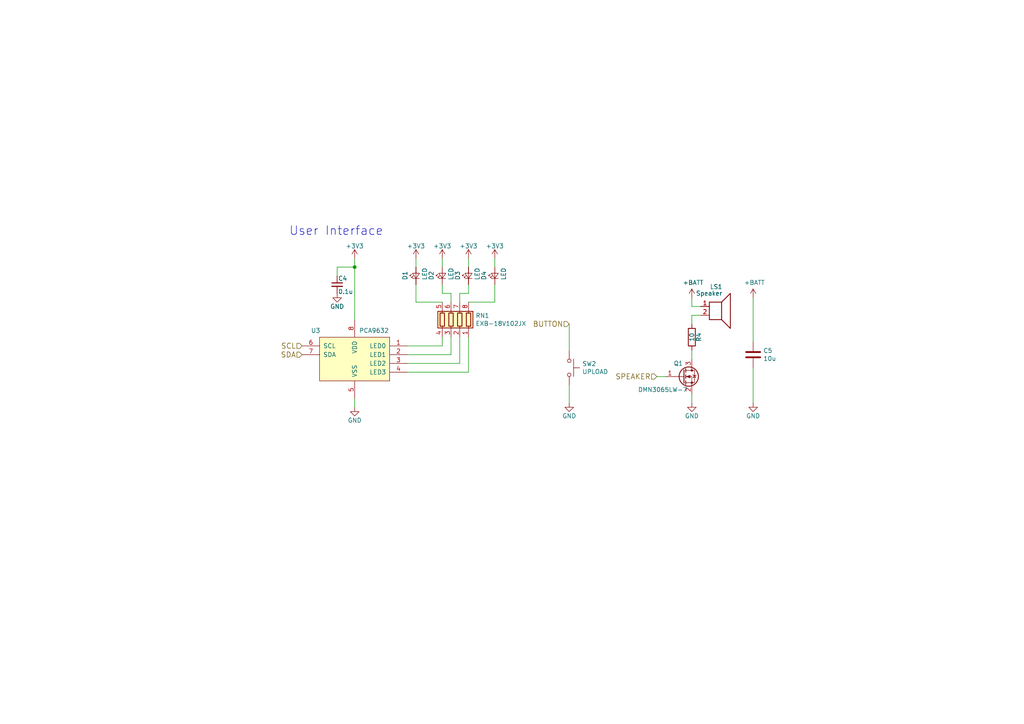
<source format=kicad_sch>
(kicad_sch (version 20230121) (generator eeschema)
  (paper "A4")
  (lib_symbols
    (symbol "KERISE-rescue:+3.3V-power-KERISE-rescue-KERISE-rescue" (power) (pin_names (offset 0))
      (property "Value" "+3.3V-power-KERISE-rescue-KERISE-rescue" (at 0 3.556 0))
      (symbol "+3.3V-power-KERISE-rescue-KERISE-rescue_0_1"
        (polyline (pts (xy -0.762 1.27) (xy 0 2.54)))
        (polyline (pts (xy 0 0) (xy 0 2.54)))
        (polyline (pts (xy 0 2.54) (xy 0.762 1.27)))
      )
      (symbol "+3.3V-power-KERISE-rescue-KERISE-rescue_1_1"
        (pin power_in line (at 0 0 90) (length 0) hide (name "+3V3") (number "1"))
      )
    )
    (symbol "KERISE-rescue:+BATT-power-KERISE-rescue-KERISE-rescue" (power) (pin_names (offset 0))
      (property "Value" "+BATT-power-KERISE-rescue-KERISE-rescue" (at 0 3.556 0))
      (symbol "+BATT-power-KERISE-rescue-KERISE-rescue_0_1"
        (polyline (pts (xy -0.762 1.27) (xy 0 2.54)))
        (polyline (pts (xy 0 0) (xy 0 2.54)))
        (polyline (pts (xy 0 2.54) (xy 0.762 1.27)))
      )
      (symbol "+BATT-power-KERISE-rescue-KERISE-rescue_1_1"
        (pin power_in line (at 0 0 90) (length 0) hide (name "+BATT") (number "1"))
      )
    )
    (symbol "KERISE-rescue:C-Device-KERISE-rescue-KERISE-rescue" (pin_numbers hide) (pin_names (offset 0.254))
      (property "Reference" "C" (at 0.635 2.54 0))
      (property "Value" "C-Device-KERISE-rescue-KERISE-rescue" (at 0.635 -2.54 0))
      (symbol "C-Device-KERISE-rescue-KERISE-rescue_0_1"
        (polyline (pts (xy -2.032 -0.762) (xy 2.032 -0.762)) (stroke (width 0.508)))
        (polyline (pts (xy -2.032 0.762) (xy 2.032 0.762)) (stroke (width 0.508)))
      )
      (symbol "C-Device-KERISE-rescue-KERISE-rescue_1_1"
        (pin passive line (at 0 3.81 270) (length 2.794) (name "~") (number "1"))
        (pin passive line (at 0 -3.81 90) (length 2.794) (name "~") (number "2"))
      )
    )
    (symbol "KERISE-rescue:C_Small-Device-KERISE-rescue-KERISE-rescue" (pin_numbers hide) (pin_names (offset 0.254) hide)
      (property "Reference" "C" (at 0.254 1.778 0))
      (property "Value" "C_Small-Device-KERISE-rescue-KERISE-rescue" (at 0.254 -2.032 0))
      (symbol "C_Small-Device-KERISE-rescue-KERISE-rescue_0_1"
        (polyline (pts (xy -1.524 -0.508) (xy 1.524 -0.508)) (stroke (width 0.3302)))
        (polyline (pts (xy -1.524 0.508) (xy 1.524 0.508)) (stroke (width 0.3048)))
      )
      (symbol "C_Small-Device-KERISE-rescue-KERISE-rescue_1_1"
        (pin passive line (at 0 2.54 270) (length 2.032) (name "~") (number "1"))
        (pin passive line (at 0 -2.54 90) (length 2.032) (name "~") (number "2"))
      )
    )
    (symbol "KERISE-rescue:GND-power-KERISE-rescue-KERISE-rescue" (power) (pin_names (offset 0))
      (property "Value" "GND-power-KERISE-rescue-KERISE-rescue" (at 0 -3.81 0))
      (symbol "GND-power-KERISE-rescue-KERISE-rescue_0_1"
        (polyline (pts (xy 0 0) (xy 0 -1.27) (xy 1.27 -1.27) (xy 0 -2.54) (xy -1.27 -1.27) (xy 0 -1.27)))
      )
      (symbol "GND-power-KERISE-rescue-KERISE-rescue_1_1"
        (pin power_in line (at 0 0 270) (length 0) hide (name "GND") (number "1"))
      )
    )
    (symbol "KERISE-rescue:LED_Small-Device-KERISE-rescue-KERISE-rescue" (pin_numbers hide) (pin_names (offset 0.254) hide)
      (property "Reference" "D" (at -1.27 3.175 0))
      (property "Value" "LED_Small-Device-KERISE-rescue-KERISE-rescue" (at -4.445 -2.54 0))
      (symbol "LED_Small-Device-KERISE-rescue-KERISE-rescue_0_1"
        (polyline (pts (xy -0.762 -1.016) (xy -0.762 1.016)))
        (polyline (pts (xy 1.016 0) (xy -0.762 0)))
        (polyline (pts (xy 0.762 -1.016) (xy -0.762 0) (xy 0.762 1.016) (xy 0.762 -1.016)))
        (polyline (pts (xy 0 0.762) (xy -0.508 1.27) (xy -0.254 1.27) (xy -0.508 1.27) (xy -0.508 1.016)))
        (polyline (pts (xy 0.508 1.27) (xy 0 1.778) (xy 0.254 1.778) (xy 0 1.778) (xy 0 1.524)))
      )
      (symbol "LED_Small-Device-KERISE-rescue-KERISE-rescue_1_1"
        (pin passive line (at -2.54 0 0) (length 1.778) (name "K") (number "1"))
        (pin passive line (at 2.54 0 180) (length 1.778) (name "A") (number "2"))
      )
    )
    (symbol "KERISE-rescue:Q_NMOS_GSD-Device-KERISE-rescue-KERISE-rescue" (pin_names (offset 0) hide)
      (property "Reference" "Q" (at 5.08 1.27 0))
      (property "Value" "Q_NMOS_GSD-Device-KERISE-rescue-KERISE-rescue" (at 5.08 -1.27 0))
      (symbol "Q_NMOS_GSD-Device-KERISE-rescue-KERISE-rescue_0_1"
        (polyline (pts (xy 0.254 0) (xy -2.54 0)))
        (polyline (pts (xy 0.254 1.905) (xy 0.254 -1.905)) (stroke (width 0.254)))
        (polyline (pts (xy 0.762 -1.27) (xy 0.762 -2.286)) (stroke (width 0.254)))
        (polyline (pts (xy 0.762 0.508) (xy 0.762 -0.508)) (stroke (width 0.254)))
        (polyline (pts (xy 0.762 2.286) (xy 0.762 1.27)) (stroke (width 0.254)))
        (polyline (pts (xy 2.54 2.54) (xy 2.54 1.778)))
        (polyline (pts (xy 2.54 -2.54) (xy 2.54 0) (xy 0.762 0)))
        (polyline (pts (xy 0.762 -1.778) (xy 3.302 -1.778) (xy 3.302 1.778) (xy 0.762 1.778)))
        (polyline (pts (xy 1.016 0) (xy 2.032 0.381) (xy 2.032 -0.381) (xy 1.016 0)) (fill (type outline)))
        (polyline (pts (xy 2.794 0.508) (xy 2.921 0.381) (xy 3.683 0.381) (xy 3.81 0.254)))
        (polyline (pts (xy 3.302 0.381) (xy 2.921 -0.254) (xy 3.683 -0.254) (xy 3.302 0.381)))
        (circle (center 1.651 0) (radius 2.794) (stroke (width 0.254)))
        (circle (center 2.54 -1.778) (radius 0.254) (fill (type outline)))
        (circle (center 2.54 1.778) (radius 0.254) (fill (type outline)))
      )
      (symbol "Q_NMOS_GSD-Device-KERISE-rescue-KERISE-rescue_1_1"
        (pin input line (at -5.08 0 0) (length 2.54) (name "G") (number "1"))
        (pin passive line (at 2.54 -5.08 90) (length 2.54) (name "S") (number "2"))
        (pin passive line (at 2.54 5.08 270) (length 2.54) (name "D") (number "3"))
      )
    )
    (symbol "KERISE-rescue:R-Device-KERISE-rescue-KERISE-rescue" (pin_numbers hide) (pin_names (offset 0))
      (property "Reference" "R" (at 2.032 0 90))
      (property "Value" "R-Device-KERISE-rescue-KERISE-rescue" (at 0 0 90))
      (symbol "R-Device-KERISE-rescue-KERISE-rescue_0_1"
        (rectangle (start -1.016 -2.54) (end 1.016 2.54) (stroke (width 0.254)))
      )
      (symbol "R-Device-KERISE-rescue-KERISE-rescue_1_1"
        (pin passive line (at 0 3.81 270) (length 1.27) (name "~") (number "1"))
        (pin passive line (at 0 -3.81 90) (length 1.27) (name "~") (number "2"))
      )
    )
    (symbol "KERISE-rescue:R_Pack04-Device-KERISE-rescue-KERISE-rescue" (pin_names (offset 0) hide)
      (property "Reference" "RN" (at -7.62 0 90))
      (property "Value" "R_Pack04-Device-KERISE-rescue-KERISE-rescue" (at 5.08 0 90))
      (symbol "R_Pack04-Device-KERISE-rescue-KERISE-rescue_0_1"
        (rectangle (start -6.35 -2.413) (end 3.81 2.413) (stroke (width 0.254)) (fill (type background)))
        (rectangle (start -5.715 1.905) (end -4.445 -1.905) (stroke (width 0.254)))
        (rectangle (start -3.175 1.905) (end -1.905 -1.905) (stroke (width 0.254)))
        (rectangle (start -0.635 1.905) (end 0.635 -1.905) (stroke (width 0.254)))
        (polyline (pts (xy -5.08 -2.54) (xy -5.08 -1.905)))
        (polyline (pts (xy -5.08 1.905) (xy -5.08 2.54)))
        (polyline (pts (xy -2.54 -2.54) (xy -2.54 -1.905)))
        (polyline (pts (xy -2.54 1.905) (xy -2.54 2.54)))
        (polyline (pts (xy 0 -2.54) (xy 0 -1.905)))
        (polyline (pts (xy 0 1.905) (xy 0 2.54)))
        (polyline (pts (xy 2.54 -2.54) (xy 2.54 -1.905)))
        (polyline (pts (xy 2.54 1.905) (xy 2.54 2.54)))
        (rectangle (start 1.905 1.905) (end 3.175 -1.905) (stroke (width 0.254)))
      )
      (symbol "R_Pack04-Device-KERISE-rescue-KERISE-rescue_1_1"
        (pin passive line (at -5.08 -5.08 90) (length 2.54) (name "R1.1") (number "1"))
        (pin passive line (at -2.54 -5.08 90) (length 2.54) (name "R2.1") (number "2"))
        (pin passive line (at 0 -5.08 90) (length 2.54) (name "R3.1") (number "3"))
        (pin passive line (at 2.54 -5.08 90) (length 2.54) (name "R4.1") (number "4"))
        (pin passive line (at 2.54 5.08 270) (length 2.54) (name "R4.2") (number "5"))
        (pin passive line (at 0 5.08 270) (length 2.54) (name "R3.2") (number "6"))
        (pin passive line (at -2.54 5.08 270) (length 2.54) (name "R2.2") (number "7"))
        (pin passive line (at -5.08 5.08 270) (length 2.54) (name "R1.2") (number "8"))
      )
    )
    (symbol "KERISE-rescue:SW_Push-Switch-KERISE-rescue-KERISE-rescue" (pin_numbers hide) (pin_names (offset 1.016) hide)
      (property "Reference" "SW" (at 1.27 2.54 0))
      (property "Value" "SW_Push-Switch-KERISE-rescue-KERISE-rescue" (at 0 -1.524 0))
      (symbol "SW_Push-Switch-KERISE-rescue-KERISE-rescue_0_1"
        (circle (center -2.032 0) (radius 0.508))
        (polyline (pts (xy 0 1.27) (xy 0 3.048)))
        (polyline (pts (xy 2.54 1.27) (xy -2.54 1.27)))
        (circle (center 2.032 0) (radius 0.508))
        (pin passive line (at -5.08 0 0) (length 2.54) (name "1") (number "1"))
        (pin passive line (at 5.08 0 180) (length 2.54) (name "2") (number "2"))
      )
    )
    (symbol "KERISE-rescue:Speaker-Device-KERISE-rescue-KERISE-rescue" (pin_names (offset 0) hide)
      (property "Reference" "LS" (at 1.27 5.715 0))
      (property "Value" "Speaker-Device-KERISE-rescue-KERISE-rescue" (at 1.27 3.81 0))
      (symbol "Speaker-Device-KERISE-rescue-KERISE-rescue_0_0"
        (rectangle (start -2.54 1.27) (end 1.016 -3.81) (stroke (width 0.254)))
        (polyline (pts (xy 1.016 1.27) (xy 3.556 3.81) (xy 3.556 -6.35) (xy 1.016 -3.81)) (stroke (width 0.254)))
      )
      (symbol "Speaker-Device-KERISE-rescue-KERISE-rescue_1_1"
        (pin input line (at -5.08 0 0) (length 2.54) (name "1") (number "1"))
        (pin input line (at -5.08 -2.54 0) (length 2.54) (name "2") (number "2"))
      )
    )
    (symbol "KERISE:PCA9632" (pin_names (offset 1.016))
      (property "Reference" "U" (at -12.7 8.255 0))
      (property "Value" "PCA9632" (at 1.27 8.255 0))
      (symbol "PCA9632_0_1"
        (rectangle (start -10.16 6.35) (end 10.16 -6.35) (fill (type background)))
      )
      (symbol "PCA9632_1_1"
        (pin open_collector line (at 15.24 3.81 180) (length 5.08) (name "LED0") (number "1"))
        (pin open_collector line (at 15.24 1.27 180) (length 5.08) (name "LED1") (number "2"))
        (pin open_collector line (at 15.24 -1.27 180) (length 5.08) (name "LED2") (number "3"))
        (pin open_collector line (at 15.24 -3.81 180) (length 5.08) (name "LED3") (number "4"))
        (pin power_in line (at 0 -11.43 90) (length 5.08) (name "VSS") (number "5"))
        (pin input line (at -15.24 3.81 0) (length 5.08) (name "SCL") (number "6"))
        (pin bidirectional line (at -15.24 1.27 0) (length 5.08) (name "SDA") (number "7"))
        (pin power_in line (at 0 11.43 270) (length 5.08) (name "VDD") (number "8"))
      )
    )
  )
  (junction (at 102.87 77.47))
  (wire (pts (xy 133.35 105.41) (xy 133.35 97.79)))
  (wire (pts (xy 102.87 77.47) (xy 102.87 92.71)))
  (wire (pts (xy 165.1 116.84) (xy 165.1 111.76)))
  (wire (pts (xy 128.27 77.47) (xy 128.27 74.93)))
  (wire (pts (xy 135.89 97.79) (xy 135.89 107.95)))
  (wire (pts (xy 102.87 118.11) (xy 102.87 115.57)))
  (wire (pts (xy 118.11 105.41) (xy 133.35 105.41)))
  (wire (pts (xy 218.44 116.84) (xy 218.44 106.68)))
  (wire (pts (xy 200.66 88.9) (xy 203.2 88.9)))
  (wire (pts (xy 120.65 87.63) (xy 120.65 82.55)))
  (wire (pts (xy 200.66 91.44) (xy 200.66 93.98)))
  (wire (pts (xy 190.5 109.22) (xy 193.04 109.22)))
  (wire (pts (xy 200.66 114.3) (xy 200.66 116.84)))
  (wire (pts (xy 143.51 77.47) (xy 143.51 74.93)))
  (wire (pts (xy 133.35 85.09) (xy 135.89 85.09)))
  (wire (pts (xy 128.27 87.63) (xy 120.65 87.63)))
  (wire (pts (xy 118.11 102.87) (xy 130.81 102.87)))
  (wire (pts (xy 130.81 102.87) (xy 130.81 97.79)))
  (wire (pts (xy 135.89 107.95) (xy 118.11 107.95)))
  (wire (pts (xy 130.81 85.09) (xy 130.81 87.63)))
  (wire (pts (xy 128.27 82.55) (xy 128.27 85.09)))
  (wire (pts (xy 135.89 77.47) (xy 135.89 74.93)))
  (wire (pts (xy 200.66 88.9) (xy 200.66 86.36)))
  (wire (pts (xy 128.27 85.09) (xy 130.81 85.09)))
  (wire (pts (xy 135.89 85.09) (xy 135.89 82.55)))
  (wire (pts (xy 200.66 91.44) (xy 203.2 91.44)))
  (wire (pts (xy 97.79 77.47) (xy 102.87 77.47)))
  (wire (pts (xy 120.65 77.47) (xy 120.65 74.93)))
  (wire (pts (xy 118.11 100.33) (xy 128.27 100.33)))
  (wire (pts (xy 200.66 101.6) (xy 200.66 104.14)))
  (wire (pts (xy 102.87 74.93) (xy 102.87 77.47)))
  (wire (pts (xy 133.35 87.63) (xy 133.35 85.09)))
  (wire (pts (xy 143.51 82.55) (xy 143.51 87.63)))
  (wire (pts (xy 218.44 99.06) (xy 218.44 86.36)))
  (wire (pts (xy 128.27 97.79) (xy 128.27 100.33)))
  (wire (pts (xy 135.89 87.63) (xy 143.51 87.63)))
  (wire (pts (xy 165.1 93.98) (xy 165.1 101.6)))
  (wire (pts (xy 97.79 80.01) (xy 97.79 77.47)))
  (text "User Interface" (at 83.82 68.58 0) (effects (font (size 2.54 2.54)) (justify left bottom)))
  (hierarchical_label "BUTTON" (shape input) (at 165.1 93.98 180) (effects (font (size 1.524 1.524))))
  (hierarchical_label "SDA" (shape input) (at 87.63 102.87 180) (effects (font (size 1.524 1.524))))
  (hierarchical_label "SPEAKER" (shape input) (at 190.5 109.22 180) (effects (font (size 1.524 1.524))))
  (hierarchical_label "SCL" (shape input) (at 87.63 100.33 180) (effects (font (size 1.524 1.524))))
  (symbol (lib_id "KERISE-rescue:GND-power-KERISE-rescue-KERISE-rescue") (at 165.1 116.84 0) (unit 1)
    (property "Reference" "#PWR015" (effects hide))
    (property "Value" "GND" (at 165.1 120.65 0))
  )
  (symbol (lib_id "KERISE-rescue:Speaker-Device-KERISE-rescue-KERISE-rescue") (at 208.28 88.9 0) (unit 1)
    (property "Reference" "LS1" (at 209.55 83.185 0) (effects (justify right)))
    (property "Value" "Speaker" (at 209.55 85.09 0) (effects (justify right)))
    (property "Footprint" "mouse:SMT-0340-T-R" (effects hide))
  )
  (symbol (lib_id "KERISE-rescue:GND-power-KERISE-rescue-KERISE-rescue") (at 200.66 116.84 0) (unit 1)
    (property "Reference" "#PWR017" (effects hide))
    (property "Value" "GND" (at 200.66 120.65 0))
  )
  (symbol (lib_id "KERISE-rescue:+3.3V-power-KERISE-rescue-KERISE-rescue") (at 102.87 74.93 0) (unit 1)
    (property "Reference" "#PWR09" (effects hide))
    (property "Value" "+3.3V" (at 102.87 71.374 0))
    (instances (project "KERISE" (path "" (reference "#PWR09") (unit 1)) (path "" (reference "#PWR?") (unit 1))))
  )
  (symbol (lib_id "KERISE-rescue:GND-power-KERISE-rescue-KERISE-rescue") (at 102.87 118.11 0) (unit 1)
    (property "Reference" "#PWR010" (effects hide))
    (property "Value" "GND" (at 102.87 121.92 0))
  )
  (symbol (lib_id "KERISE-rescue:LED_Small-Device-KERISE-rescue-KERISE-rescue") (at 120.65 80.01 90) (unit 1)
    (property "Reference" "D1" (at 117.475 81.28 0) (effects (justify left)))
    (property "Value" "LED" (at 123.19 81.28 0) (effects (justify left)))
    (property "Footprint" "LED_SMD:LED_0402_1005Metric" (effects hide))
  )
  (symbol (lib_id "KERISE-rescue:+3.3V-power-KERISE-rescue-KERISE-rescue") (at 120.65 74.93 0) (unit 1)
    (property "Reference" "#PWR011" (effects hide))
    (property "Value" "+3.3V" (at 120.65 71.374 0))
    (instances (project "KERISE" (path "" (reference "#PWR011") (unit 1)) (path "" (reference "#PWR?") (unit 1))))
  )
  (symbol (lib_id "KERISE-rescue:LED_Small-Device-KERISE-rescue-KERISE-rescue") (at 128.27 80.01 90) (unit 1)
    (property "Reference" "D2" (at 125.095 81.28 0) (effects (justify left)))
    (property "Value" "LED" (at 130.81 81.28 0) (effects (justify left)))
    (property "Footprint" "LED_SMD:LED_0402_1005Metric" (effects hide))
  )
  (symbol (lib_id "KERISE-rescue:+3.3V-power-KERISE-rescue-KERISE-rescue") (at 128.27 74.93 0) (unit 1)
    (property "Reference" "#PWR012" (effects hide))
    (property "Value" "+3.3V" (at 128.27 71.374 0))
    (instances (project "KERISE" (path "" (reference "#PWR012") (unit 1)) (path "" (reference "#PWR?") (unit 1))))
  )
  (symbol (lib_id "KERISE-rescue:+3.3V-power-KERISE-rescue-KERISE-rescue") (at 143.51 74.93 0) (unit 1)
    (property "Reference" "#PWR014" (effects hide))
    (property "Value" "+3.3V" (at 143.51 71.374 0))
    (instances (project "KERISE" (path "" (reference "#PWR014") (unit 1)) (path "" (reference "#PWR?") (unit 1))))
  )
  (symbol (lib_id "KERISE-rescue:LED_Small-Device-KERISE-rescue-KERISE-rescue") (at 143.51 80.01 90) (unit 1)
    (property "Reference" "D4" (at 140.335 81.28 0) (effects (justify left)))
    (property "Value" "LED" (at 146.05 81.28 0) (effects (justify left)))
    (property "Footprint" "LED_SMD:LED_0402_1005Metric" (effects hide))
  )
  (symbol (lib_id "KERISE-rescue:+3.3V-power-KERISE-rescue-KERISE-rescue") (at 135.89 74.93 0) (unit 1)
    (property "Reference" "#PWR013" (effects hide))
    (property "Value" "+3.3V" (at 135.89 71.374 0))
    (instances (project "KERISE" (path "" (reference "#PWR013") (unit 1)) (path "" (reference "#PWR?") (unit 1))))
  )
  (symbol (lib_id "KERISE-rescue:LED_Small-Device-KERISE-rescue-KERISE-rescue") (at 135.89 80.01 90) (unit 1)
    (property "Reference" "D3" (at 132.715 81.28 0) (effects (justify left)))
    (property "Value" "LED" (at 138.43 81.28 0) (effects (justify left)))
    (property "Footprint" "LED_SMD:LED_0402_1005Metric" (effects hide))
  )
  (symbol (lib_id "KERISE-rescue:C_Small-Device-KERISE-rescue-KERISE-rescue") (at 97.79 82.55 0) (unit 1)
    (property "Reference" "C4" (at 98.044 80.772 0) (effects (justify left)))
    (property "Value" "0.1u" (at 98.044 84.582 0) (effects (justify left)))
    (property "Footprint" "Capacitor_SMD:C_0201_0603Metric" (effects hide))
  )
  (symbol (lib_id "KERISE-rescue:GND-power-KERISE-rescue-KERISE-rescue") (at 97.79 85.09 0) (unit 1)
    (property "Reference" "#PWR08" (effects hide))
    (property "Value" "GND" (at 97.79 88.9 0))
  )
  (symbol (lib_id "KERISE:PCA9632") (at 102.87 104.14 0) (unit 1)
    (property "Reference" "U3" (at 90.17 95.885 0) (effects (justify left)))
    (property "Value" "PCA9632" (at 104.14 95.885 0) (effects (justify left)))
    (property "Footprint" "mouse:DFN-8-1EP_3x3mm_Pitch0.5mm" (effects hide))
  )
  (symbol (lib_id "KERISE-rescue:Q_NMOS_GSD-Device-KERISE-rescue-KERISE-rescue") (at 198.12 109.22 0) (unit 1)
    (property "Reference" "Q1" (at 198.12 105.41 0) (effects (justify right)))
    (property "Value" "DMN3065LW-7" (at 199.39 113.03 0) (effects (justify right)))
    (property "Footprint" "Package_TO_SOT_SMD:SOT-323_SC-70" (effects hide))
  )
  (symbol (lib_id "KERISE-rescue:R-Device-KERISE-rescue-KERISE-rescue") (at 200.66 97.79 0) (unit 1)
    (property "Reference" "R4" (at 202.692 97.79 90))
    (property "Value" "10" (at 200.66 97.79 90))
    (property "Footprint" "Resistor_SMD:R_0201_0603Metric" (effects hide))
  )
  (symbol (lib_id "KERISE-rescue:SW_Push-Switch-KERISE-rescue-KERISE-rescue") (at 165.1 106.68 270) (unit 1)
    (property "Reference" "SW2" (at 168.8592 105.5116 90) (effects (justify left)))
    (property "Value" "UPLOAD" (at 168.8592 107.823 90) (effects (justify left)))
    (property "Footprint" "mouse:EVPBB" (effects hide))
  )
  (symbol (lib_id "KERISE-rescue:+BATT-power-KERISE-rescue-KERISE-rescue") (at 200.66 86.36 0) (unit 1)
    (property "Reference" "#PWR016" (effects hide))
    (property "Value" "+BATT" (at 201.041 81.9658 0))
  )
  (symbol (lib_id "KERISE-rescue:C-Device-KERISE-rescue-KERISE-rescue") (at 218.44 102.87 0) (unit 1)
    (property "Reference" "C5" (at 221.361 101.7016 0) (effects (justify left)))
    (property "Value" "10u" (at 221.361 104.013 0) (effects (justify left)))
    (property "Footprint" "Capacitor_SMD:C_0402_1005Metric" (effects hide))
  )
  (symbol (lib_id "KERISE-rescue:+BATT-power-KERISE-rescue-KERISE-rescue") (at 218.44 86.36 0) (unit 1)
    (property "Reference" "#PWR018" (effects hide))
    (property "Value" "+BATT" (at 218.821 81.9658 0))
  )
  (symbol (lib_id "KERISE-rescue:GND-power-KERISE-rescue-KERISE-rescue") (at 218.44 116.84 0) (unit 1)
    (property "Reference" "#PWR019" (effects hide))
    (property "Value" "GND" (at 218.44 120.65 0))
  )
  (symbol (lib_id "KERISE-rescue:R_Pack04-Device-KERISE-rescue-KERISE-rescue") (at 130.81 92.71 0) (mirror y) (unit 1)
    (property "Reference" "RN1" (at 137.922 91.5416 0) (effects (justify right)))
    (property "Value" "EXB-18V102JX" (at 137.922 93.853 0) (effects (justify right)))
    (property "Footprint" "mouse:R_Array_Concave_4x0201" (effects hide))
  )
)
</source>
